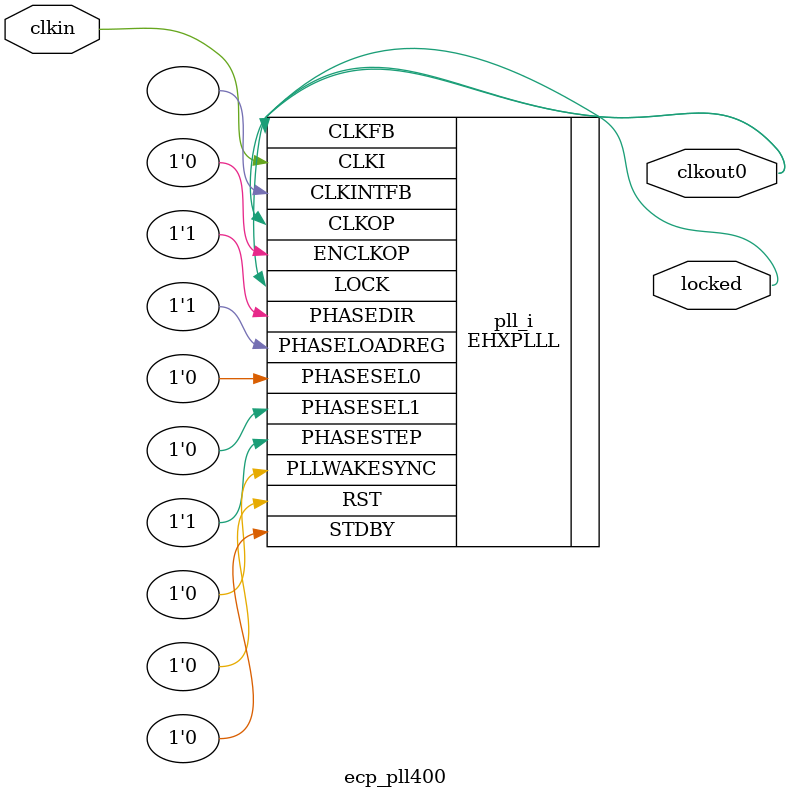
<source format=v>
module ecp_pll400
(
    input clkin, // 25 MHz, 0 deg
    output clkout0, // 400 MHz, 0 deg
    output locked
);
(* FREQUENCY_PIN_CLKI="25" *)
(* FREQUENCY_PIN_CLKOP="400" *)
(* ICP_CURRENT="12" *) (* LPF_RESISTOR="8" *) (* MFG_ENABLE_FILTEROPAMP="1" *) (* MFG_GMCREF_SEL="2" *)
EHXPLLL #(
        .PLLRST_ENA("DISABLED"),
        .INTFB_WAKE("DISABLED"),
        .STDBY_ENABLE("DISABLED"),
        .DPHASE_SOURCE("DISABLED"),
        .OUTDIVIDER_MUXA("DIVA"),
        .OUTDIVIDER_MUXB("DIVB"),
        .OUTDIVIDER_MUXC("DIVC"),
        .OUTDIVIDER_MUXD("DIVD"),
        .CLKI_DIV(1),
        .CLKOP_ENABLE("ENABLED"),
        .CLKOP_DIV(1),
        .CLKOP_CPHASE(0),
        .CLKOP_FPHASE(0),
        .FEEDBK_PATH("CLKOP"),
        .CLKFB_DIV(16)
    ) pll_i (
        .RST(1'b0),
        .STDBY(1'b0),
        .CLKI(clkin),
        .CLKOP(clkout0),
        .CLKFB(clkout0),
        .CLKINTFB(),
        .PHASESEL0(1'b0),
        .PHASESEL1(1'b0),
        .PHASEDIR(1'b1),
        .PHASESTEP(1'b1),
        .PHASELOADREG(1'b1),
        .PLLWAKESYNC(1'b0),
        .ENCLKOP(1'b0),
        .LOCK(locked)
	);
endmodule

</source>
